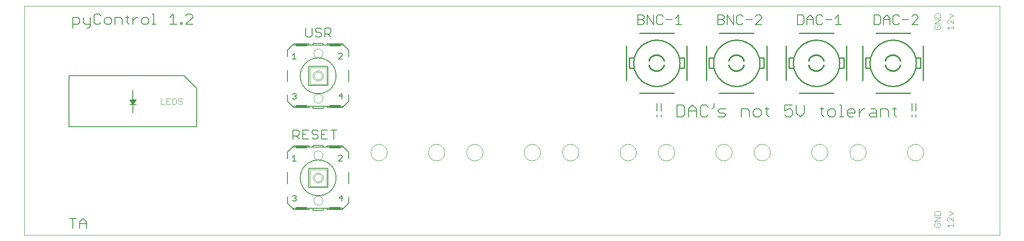
<source format=gto>
G75*
%MOIN*%
%OFA0B0*%
%FSLAX24Y24*%
%IPPOS*%
%LPD*%
%AMOC8*
5,1,8,0,0,1.08239X$1,22.5*
%
%ADD10C,0.0000*%
%ADD11C,0.0070*%
%ADD12C,0.0080*%
%ADD13C,0.0040*%
%ADD14C,0.0120*%
%ADD15C,0.0100*%
%ADD16C,0.0060*%
%ADD17C,0.0020*%
%ADD18C,0.0050*%
%ADD19R,0.0850X0.0200*%
D10*
X000180Y000180D02*
X000180Y018176D01*
X076550Y018176D01*
X076550Y000180D01*
X000180Y000180D01*
X022825Y002910D02*
X022827Y002947D01*
X022833Y002984D01*
X022842Y003020D01*
X022856Y003054D01*
X022873Y003087D01*
X022893Y003119D01*
X022916Y003148D01*
X022942Y003174D01*
X022971Y003197D01*
X023002Y003217D01*
X023036Y003234D01*
X023070Y003248D01*
X023106Y003257D01*
X023143Y003263D01*
X023180Y003265D01*
X023217Y003263D01*
X023254Y003257D01*
X023290Y003248D01*
X023324Y003234D01*
X023357Y003217D01*
X023389Y003197D01*
X023418Y003174D01*
X023444Y003148D01*
X023467Y003119D01*
X023487Y003088D01*
X023504Y003054D01*
X023518Y003020D01*
X023527Y002984D01*
X023533Y002947D01*
X023535Y002910D01*
X023533Y002873D01*
X023527Y002836D01*
X023518Y002800D01*
X023504Y002766D01*
X023487Y002733D01*
X023467Y002701D01*
X023444Y002672D01*
X023418Y002646D01*
X023389Y002623D01*
X023358Y002603D01*
X023324Y002586D01*
X023290Y002572D01*
X023254Y002563D01*
X023217Y002557D01*
X023180Y002555D01*
X023143Y002557D01*
X023106Y002563D01*
X023070Y002572D01*
X023036Y002586D01*
X023003Y002603D01*
X022971Y002623D01*
X022942Y002646D01*
X022916Y002672D01*
X022893Y002701D01*
X022873Y002732D01*
X022856Y002766D01*
X022842Y002800D01*
X022833Y002836D01*
X022827Y002873D01*
X022825Y002910D01*
X022825Y006450D02*
X022827Y006487D01*
X022833Y006524D01*
X022842Y006560D01*
X022856Y006594D01*
X022873Y006627D01*
X022893Y006659D01*
X022916Y006688D01*
X022942Y006714D01*
X022971Y006737D01*
X023002Y006757D01*
X023036Y006774D01*
X023070Y006788D01*
X023106Y006797D01*
X023143Y006803D01*
X023180Y006805D01*
X023217Y006803D01*
X023254Y006797D01*
X023290Y006788D01*
X023324Y006774D01*
X023357Y006757D01*
X023389Y006737D01*
X023418Y006714D01*
X023444Y006688D01*
X023467Y006659D01*
X023487Y006628D01*
X023504Y006594D01*
X023518Y006560D01*
X023527Y006524D01*
X023533Y006487D01*
X023535Y006450D01*
X023533Y006413D01*
X023527Y006376D01*
X023518Y006340D01*
X023504Y006306D01*
X023487Y006273D01*
X023467Y006241D01*
X023444Y006212D01*
X023418Y006186D01*
X023389Y006163D01*
X023358Y006143D01*
X023324Y006126D01*
X023290Y006112D01*
X023254Y006103D01*
X023217Y006097D01*
X023180Y006095D01*
X023143Y006097D01*
X023106Y006103D01*
X023070Y006112D01*
X023036Y006126D01*
X023003Y006143D01*
X022971Y006163D01*
X022942Y006186D01*
X022916Y006212D01*
X022893Y006241D01*
X022873Y006272D01*
X022856Y006306D01*
X022842Y006340D01*
X022833Y006376D01*
X022827Y006413D01*
X022825Y006450D01*
X027290Y006680D02*
X027292Y006730D01*
X027298Y006780D01*
X027308Y006829D01*
X027321Y006878D01*
X027339Y006925D01*
X027360Y006971D01*
X027384Y007014D01*
X027412Y007056D01*
X027443Y007096D01*
X027477Y007133D01*
X027514Y007167D01*
X027554Y007198D01*
X027596Y007226D01*
X027639Y007250D01*
X027685Y007271D01*
X027732Y007289D01*
X027781Y007302D01*
X027830Y007312D01*
X027880Y007318D01*
X027930Y007320D01*
X027980Y007318D01*
X028030Y007312D01*
X028079Y007302D01*
X028128Y007289D01*
X028175Y007271D01*
X028221Y007250D01*
X028264Y007226D01*
X028306Y007198D01*
X028346Y007167D01*
X028383Y007133D01*
X028417Y007096D01*
X028448Y007056D01*
X028476Y007014D01*
X028500Y006971D01*
X028521Y006925D01*
X028539Y006878D01*
X028552Y006829D01*
X028562Y006780D01*
X028568Y006730D01*
X028570Y006680D01*
X028568Y006630D01*
X028562Y006580D01*
X028552Y006531D01*
X028539Y006482D01*
X028521Y006435D01*
X028500Y006389D01*
X028476Y006346D01*
X028448Y006304D01*
X028417Y006264D01*
X028383Y006227D01*
X028346Y006193D01*
X028306Y006162D01*
X028264Y006134D01*
X028221Y006110D01*
X028175Y006089D01*
X028128Y006071D01*
X028079Y006058D01*
X028030Y006048D01*
X027980Y006042D01*
X027930Y006040D01*
X027880Y006042D01*
X027830Y006048D01*
X027781Y006058D01*
X027732Y006071D01*
X027685Y006089D01*
X027639Y006110D01*
X027596Y006134D01*
X027554Y006162D01*
X027514Y006193D01*
X027477Y006227D01*
X027443Y006264D01*
X027412Y006304D01*
X027384Y006346D01*
X027360Y006389D01*
X027339Y006435D01*
X027321Y006482D01*
X027308Y006531D01*
X027298Y006580D01*
X027292Y006630D01*
X027290Y006680D01*
X031790Y006680D02*
X031792Y006730D01*
X031798Y006780D01*
X031808Y006829D01*
X031821Y006878D01*
X031839Y006925D01*
X031860Y006971D01*
X031884Y007014D01*
X031912Y007056D01*
X031943Y007096D01*
X031977Y007133D01*
X032014Y007167D01*
X032054Y007198D01*
X032096Y007226D01*
X032139Y007250D01*
X032185Y007271D01*
X032232Y007289D01*
X032281Y007302D01*
X032330Y007312D01*
X032380Y007318D01*
X032430Y007320D01*
X032480Y007318D01*
X032530Y007312D01*
X032579Y007302D01*
X032628Y007289D01*
X032675Y007271D01*
X032721Y007250D01*
X032764Y007226D01*
X032806Y007198D01*
X032846Y007167D01*
X032883Y007133D01*
X032917Y007096D01*
X032948Y007056D01*
X032976Y007014D01*
X033000Y006971D01*
X033021Y006925D01*
X033039Y006878D01*
X033052Y006829D01*
X033062Y006780D01*
X033068Y006730D01*
X033070Y006680D01*
X033068Y006630D01*
X033062Y006580D01*
X033052Y006531D01*
X033039Y006482D01*
X033021Y006435D01*
X033000Y006389D01*
X032976Y006346D01*
X032948Y006304D01*
X032917Y006264D01*
X032883Y006227D01*
X032846Y006193D01*
X032806Y006162D01*
X032764Y006134D01*
X032721Y006110D01*
X032675Y006089D01*
X032628Y006071D01*
X032579Y006058D01*
X032530Y006048D01*
X032480Y006042D01*
X032430Y006040D01*
X032380Y006042D01*
X032330Y006048D01*
X032281Y006058D01*
X032232Y006071D01*
X032185Y006089D01*
X032139Y006110D01*
X032096Y006134D01*
X032054Y006162D01*
X032014Y006193D01*
X031977Y006227D01*
X031943Y006264D01*
X031912Y006304D01*
X031884Y006346D01*
X031860Y006389D01*
X031839Y006435D01*
X031821Y006482D01*
X031808Y006531D01*
X031798Y006580D01*
X031792Y006630D01*
X031790Y006680D01*
X034790Y006680D02*
X034792Y006730D01*
X034798Y006780D01*
X034808Y006829D01*
X034821Y006878D01*
X034839Y006925D01*
X034860Y006971D01*
X034884Y007014D01*
X034912Y007056D01*
X034943Y007096D01*
X034977Y007133D01*
X035014Y007167D01*
X035054Y007198D01*
X035096Y007226D01*
X035139Y007250D01*
X035185Y007271D01*
X035232Y007289D01*
X035281Y007302D01*
X035330Y007312D01*
X035380Y007318D01*
X035430Y007320D01*
X035480Y007318D01*
X035530Y007312D01*
X035579Y007302D01*
X035628Y007289D01*
X035675Y007271D01*
X035721Y007250D01*
X035764Y007226D01*
X035806Y007198D01*
X035846Y007167D01*
X035883Y007133D01*
X035917Y007096D01*
X035948Y007056D01*
X035976Y007014D01*
X036000Y006971D01*
X036021Y006925D01*
X036039Y006878D01*
X036052Y006829D01*
X036062Y006780D01*
X036068Y006730D01*
X036070Y006680D01*
X036068Y006630D01*
X036062Y006580D01*
X036052Y006531D01*
X036039Y006482D01*
X036021Y006435D01*
X036000Y006389D01*
X035976Y006346D01*
X035948Y006304D01*
X035917Y006264D01*
X035883Y006227D01*
X035846Y006193D01*
X035806Y006162D01*
X035764Y006134D01*
X035721Y006110D01*
X035675Y006089D01*
X035628Y006071D01*
X035579Y006058D01*
X035530Y006048D01*
X035480Y006042D01*
X035430Y006040D01*
X035380Y006042D01*
X035330Y006048D01*
X035281Y006058D01*
X035232Y006071D01*
X035185Y006089D01*
X035139Y006110D01*
X035096Y006134D01*
X035054Y006162D01*
X035014Y006193D01*
X034977Y006227D01*
X034943Y006264D01*
X034912Y006304D01*
X034884Y006346D01*
X034860Y006389D01*
X034839Y006435D01*
X034821Y006482D01*
X034808Y006531D01*
X034798Y006580D01*
X034792Y006630D01*
X034790Y006680D01*
X039290Y006680D02*
X039292Y006730D01*
X039298Y006780D01*
X039308Y006829D01*
X039321Y006878D01*
X039339Y006925D01*
X039360Y006971D01*
X039384Y007014D01*
X039412Y007056D01*
X039443Y007096D01*
X039477Y007133D01*
X039514Y007167D01*
X039554Y007198D01*
X039596Y007226D01*
X039639Y007250D01*
X039685Y007271D01*
X039732Y007289D01*
X039781Y007302D01*
X039830Y007312D01*
X039880Y007318D01*
X039930Y007320D01*
X039980Y007318D01*
X040030Y007312D01*
X040079Y007302D01*
X040128Y007289D01*
X040175Y007271D01*
X040221Y007250D01*
X040264Y007226D01*
X040306Y007198D01*
X040346Y007167D01*
X040383Y007133D01*
X040417Y007096D01*
X040448Y007056D01*
X040476Y007014D01*
X040500Y006971D01*
X040521Y006925D01*
X040539Y006878D01*
X040552Y006829D01*
X040562Y006780D01*
X040568Y006730D01*
X040570Y006680D01*
X040568Y006630D01*
X040562Y006580D01*
X040552Y006531D01*
X040539Y006482D01*
X040521Y006435D01*
X040500Y006389D01*
X040476Y006346D01*
X040448Y006304D01*
X040417Y006264D01*
X040383Y006227D01*
X040346Y006193D01*
X040306Y006162D01*
X040264Y006134D01*
X040221Y006110D01*
X040175Y006089D01*
X040128Y006071D01*
X040079Y006058D01*
X040030Y006048D01*
X039980Y006042D01*
X039930Y006040D01*
X039880Y006042D01*
X039830Y006048D01*
X039781Y006058D01*
X039732Y006071D01*
X039685Y006089D01*
X039639Y006110D01*
X039596Y006134D01*
X039554Y006162D01*
X039514Y006193D01*
X039477Y006227D01*
X039443Y006264D01*
X039412Y006304D01*
X039384Y006346D01*
X039360Y006389D01*
X039339Y006435D01*
X039321Y006482D01*
X039308Y006531D01*
X039298Y006580D01*
X039292Y006630D01*
X039290Y006680D01*
X042290Y006680D02*
X042292Y006730D01*
X042298Y006780D01*
X042308Y006829D01*
X042321Y006878D01*
X042339Y006925D01*
X042360Y006971D01*
X042384Y007014D01*
X042412Y007056D01*
X042443Y007096D01*
X042477Y007133D01*
X042514Y007167D01*
X042554Y007198D01*
X042596Y007226D01*
X042639Y007250D01*
X042685Y007271D01*
X042732Y007289D01*
X042781Y007302D01*
X042830Y007312D01*
X042880Y007318D01*
X042930Y007320D01*
X042980Y007318D01*
X043030Y007312D01*
X043079Y007302D01*
X043128Y007289D01*
X043175Y007271D01*
X043221Y007250D01*
X043264Y007226D01*
X043306Y007198D01*
X043346Y007167D01*
X043383Y007133D01*
X043417Y007096D01*
X043448Y007056D01*
X043476Y007014D01*
X043500Y006971D01*
X043521Y006925D01*
X043539Y006878D01*
X043552Y006829D01*
X043562Y006780D01*
X043568Y006730D01*
X043570Y006680D01*
X043568Y006630D01*
X043562Y006580D01*
X043552Y006531D01*
X043539Y006482D01*
X043521Y006435D01*
X043500Y006389D01*
X043476Y006346D01*
X043448Y006304D01*
X043417Y006264D01*
X043383Y006227D01*
X043346Y006193D01*
X043306Y006162D01*
X043264Y006134D01*
X043221Y006110D01*
X043175Y006089D01*
X043128Y006071D01*
X043079Y006058D01*
X043030Y006048D01*
X042980Y006042D01*
X042930Y006040D01*
X042880Y006042D01*
X042830Y006048D01*
X042781Y006058D01*
X042732Y006071D01*
X042685Y006089D01*
X042639Y006110D01*
X042596Y006134D01*
X042554Y006162D01*
X042514Y006193D01*
X042477Y006227D01*
X042443Y006264D01*
X042412Y006304D01*
X042384Y006346D01*
X042360Y006389D01*
X042339Y006435D01*
X042321Y006482D01*
X042308Y006531D01*
X042298Y006580D01*
X042292Y006630D01*
X042290Y006680D01*
X046790Y006680D02*
X046792Y006730D01*
X046798Y006780D01*
X046808Y006829D01*
X046821Y006878D01*
X046839Y006925D01*
X046860Y006971D01*
X046884Y007014D01*
X046912Y007056D01*
X046943Y007096D01*
X046977Y007133D01*
X047014Y007167D01*
X047054Y007198D01*
X047096Y007226D01*
X047139Y007250D01*
X047185Y007271D01*
X047232Y007289D01*
X047281Y007302D01*
X047330Y007312D01*
X047380Y007318D01*
X047430Y007320D01*
X047480Y007318D01*
X047530Y007312D01*
X047579Y007302D01*
X047628Y007289D01*
X047675Y007271D01*
X047721Y007250D01*
X047764Y007226D01*
X047806Y007198D01*
X047846Y007167D01*
X047883Y007133D01*
X047917Y007096D01*
X047948Y007056D01*
X047976Y007014D01*
X048000Y006971D01*
X048021Y006925D01*
X048039Y006878D01*
X048052Y006829D01*
X048062Y006780D01*
X048068Y006730D01*
X048070Y006680D01*
X048068Y006630D01*
X048062Y006580D01*
X048052Y006531D01*
X048039Y006482D01*
X048021Y006435D01*
X048000Y006389D01*
X047976Y006346D01*
X047948Y006304D01*
X047917Y006264D01*
X047883Y006227D01*
X047846Y006193D01*
X047806Y006162D01*
X047764Y006134D01*
X047721Y006110D01*
X047675Y006089D01*
X047628Y006071D01*
X047579Y006058D01*
X047530Y006048D01*
X047480Y006042D01*
X047430Y006040D01*
X047380Y006042D01*
X047330Y006048D01*
X047281Y006058D01*
X047232Y006071D01*
X047185Y006089D01*
X047139Y006110D01*
X047096Y006134D01*
X047054Y006162D01*
X047014Y006193D01*
X046977Y006227D01*
X046943Y006264D01*
X046912Y006304D01*
X046884Y006346D01*
X046860Y006389D01*
X046839Y006435D01*
X046821Y006482D01*
X046808Y006531D01*
X046798Y006580D01*
X046792Y006630D01*
X046790Y006680D01*
X049790Y006680D02*
X049792Y006730D01*
X049798Y006780D01*
X049808Y006829D01*
X049821Y006878D01*
X049839Y006925D01*
X049860Y006971D01*
X049884Y007014D01*
X049912Y007056D01*
X049943Y007096D01*
X049977Y007133D01*
X050014Y007167D01*
X050054Y007198D01*
X050096Y007226D01*
X050139Y007250D01*
X050185Y007271D01*
X050232Y007289D01*
X050281Y007302D01*
X050330Y007312D01*
X050380Y007318D01*
X050430Y007320D01*
X050480Y007318D01*
X050530Y007312D01*
X050579Y007302D01*
X050628Y007289D01*
X050675Y007271D01*
X050721Y007250D01*
X050764Y007226D01*
X050806Y007198D01*
X050846Y007167D01*
X050883Y007133D01*
X050917Y007096D01*
X050948Y007056D01*
X050976Y007014D01*
X051000Y006971D01*
X051021Y006925D01*
X051039Y006878D01*
X051052Y006829D01*
X051062Y006780D01*
X051068Y006730D01*
X051070Y006680D01*
X051068Y006630D01*
X051062Y006580D01*
X051052Y006531D01*
X051039Y006482D01*
X051021Y006435D01*
X051000Y006389D01*
X050976Y006346D01*
X050948Y006304D01*
X050917Y006264D01*
X050883Y006227D01*
X050846Y006193D01*
X050806Y006162D01*
X050764Y006134D01*
X050721Y006110D01*
X050675Y006089D01*
X050628Y006071D01*
X050579Y006058D01*
X050530Y006048D01*
X050480Y006042D01*
X050430Y006040D01*
X050380Y006042D01*
X050330Y006048D01*
X050281Y006058D01*
X050232Y006071D01*
X050185Y006089D01*
X050139Y006110D01*
X050096Y006134D01*
X050054Y006162D01*
X050014Y006193D01*
X049977Y006227D01*
X049943Y006264D01*
X049912Y006304D01*
X049884Y006346D01*
X049860Y006389D01*
X049839Y006435D01*
X049821Y006482D01*
X049808Y006531D01*
X049798Y006580D01*
X049792Y006630D01*
X049790Y006680D01*
X054290Y006680D02*
X054292Y006730D01*
X054298Y006780D01*
X054308Y006829D01*
X054321Y006878D01*
X054339Y006925D01*
X054360Y006971D01*
X054384Y007014D01*
X054412Y007056D01*
X054443Y007096D01*
X054477Y007133D01*
X054514Y007167D01*
X054554Y007198D01*
X054596Y007226D01*
X054639Y007250D01*
X054685Y007271D01*
X054732Y007289D01*
X054781Y007302D01*
X054830Y007312D01*
X054880Y007318D01*
X054930Y007320D01*
X054980Y007318D01*
X055030Y007312D01*
X055079Y007302D01*
X055128Y007289D01*
X055175Y007271D01*
X055221Y007250D01*
X055264Y007226D01*
X055306Y007198D01*
X055346Y007167D01*
X055383Y007133D01*
X055417Y007096D01*
X055448Y007056D01*
X055476Y007014D01*
X055500Y006971D01*
X055521Y006925D01*
X055539Y006878D01*
X055552Y006829D01*
X055562Y006780D01*
X055568Y006730D01*
X055570Y006680D01*
X055568Y006630D01*
X055562Y006580D01*
X055552Y006531D01*
X055539Y006482D01*
X055521Y006435D01*
X055500Y006389D01*
X055476Y006346D01*
X055448Y006304D01*
X055417Y006264D01*
X055383Y006227D01*
X055346Y006193D01*
X055306Y006162D01*
X055264Y006134D01*
X055221Y006110D01*
X055175Y006089D01*
X055128Y006071D01*
X055079Y006058D01*
X055030Y006048D01*
X054980Y006042D01*
X054930Y006040D01*
X054880Y006042D01*
X054830Y006048D01*
X054781Y006058D01*
X054732Y006071D01*
X054685Y006089D01*
X054639Y006110D01*
X054596Y006134D01*
X054554Y006162D01*
X054514Y006193D01*
X054477Y006227D01*
X054443Y006264D01*
X054412Y006304D01*
X054384Y006346D01*
X054360Y006389D01*
X054339Y006435D01*
X054321Y006482D01*
X054308Y006531D01*
X054298Y006580D01*
X054292Y006630D01*
X054290Y006680D01*
X057290Y006680D02*
X057292Y006730D01*
X057298Y006780D01*
X057308Y006829D01*
X057321Y006878D01*
X057339Y006925D01*
X057360Y006971D01*
X057384Y007014D01*
X057412Y007056D01*
X057443Y007096D01*
X057477Y007133D01*
X057514Y007167D01*
X057554Y007198D01*
X057596Y007226D01*
X057639Y007250D01*
X057685Y007271D01*
X057732Y007289D01*
X057781Y007302D01*
X057830Y007312D01*
X057880Y007318D01*
X057930Y007320D01*
X057980Y007318D01*
X058030Y007312D01*
X058079Y007302D01*
X058128Y007289D01*
X058175Y007271D01*
X058221Y007250D01*
X058264Y007226D01*
X058306Y007198D01*
X058346Y007167D01*
X058383Y007133D01*
X058417Y007096D01*
X058448Y007056D01*
X058476Y007014D01*
X058500Y006971D01*
X058521Y006925D01*
X058539Y006878D01*
X058552Y006829D01*
X058562Y006780D01*
X058568Y006730D01*
X058570Y006680D01*
X058568Y006630D01*
X058562Y006580D01*
X058552Y006531D01*
X058539Y006482D01*
X058521Y006435D01*
X058500Y006389D01*
X058476Y006346D01*
X058448Y006304D01*
X058417Y006264D01*
X058383Y006227D01*
X058346Y006193D01*
X058306Y006162D01*
X058264Y006134D01*
X058221Y006110D01*
X058175Y006089D01*
X058128Y006071D01*
X058079Y006058D01*
X058030Y006048D01*
X057980Y006042D01*
X057930Y006040D01*
X057880Y006042D01*
X057830Y006048D01*
X057781Y006058D01*
X057732Y006071D01*
X057685Y006089D01*
X057639Y006110D01*
X057596Y006134D01*
X057554Y006162D01*
X057514Y006193D01*
X057477Y006227D01*
X057443Y006264D01*
X057412Y006304D01*
X057384Y006346D01*
X057360Y006389D01*
X057339Y006435D01*
X057321Y006482D01*
X057308Y006531D01*
X057298Y006580D01*
X057292Y006630D01*
X057290Y006680D01*
X061790Y006680D02*
X061792Y006730D01*
X061798Y006780D01*
X061808Y006829D01*
X061821Y006878D01*
X061839Y006925D01*
X061860Y006971D01*
X061884Y007014D01*
X061912Y007056D01*
X061943Y007096D01*
X061977Y007133D01*
X062014Y007167D01*
X062054Y007198D01*
X062096Y007226D01*
X062139Y007250D01*
X062185Y007271D01*
X062232Y007289D01*
X062281Y007302D01*
X062330Y007312D01*
X062380Y007318D01*
X062430Y007320D01*
X062480Y007318D01*
X062530Y007312D01*
X062579Y007302D01*
X062628Y007289D01*
X062675Y007271D01*
X062721Y007250D01*
X062764Y007226D01*
X062806Y007198D01*
X062846Y007167D01*
X062883Y007133D01*
X062917Y007096D01*
X062948Y007056D01*
X062976Y007014D01*
X063000Y006971D01*
X063021Y006925D01*
X063039Y006878D01*
X063052Y006829D01*
X063062Y006780D01*
X063068Y006730D01*
X063070Y006680D01*
X063068Y006630D01*
X063062Y006580D01*
X063052Y006531D01*
X063039Y006482D01*
X063021Y006435D01*
X063000Y006389D01*
X062976Y006346D01*
X062948Y006304D01*
X062917Y006264D01*
X062883Y006227D01*
X062846Y006193D01*
X062806Y006162D01*
X062764Y006134D01*
X062721Y006110D01*
X062675Y006089D01*
X062628Y006071D01*
X062579Y006058D01*
X062530Y006048D01*
X062480Y006042D01*
X062430Y006040D01*
X062380Y006042D01*
X062330Y006048D01*
X062281Y006058D01*
X062232Y006071D01*
X062185Y006089D01*
X062139Y006110D01*
X062096Y006134D01*
X062054Y006162D01*
X062014Y006193D01*
X061977Y006227D01*
X061943Y006264D01*
X061912Y006304D01*
X061884Y006346D01*
X061860Y006389D01*
X061839Y006435D01*
X061821Y006482D01*
X061808Y006531D01*
X061798Y006580D01*
X061792Y006630D01*
X061790Y006680D01*
X064790Y006680D02*
X064792Y006730D01*
X064798Y006780D01*
X064808Y006829D01*
X064821Y006878D01*
X064839Y006925D01*
X064860Y006971D01*
X064884Y007014D01*
X064912Y007056D01*
X064943Y007096D01*
X064977Y007133D01*
X065014Y007167D01*
X065054Y007198D01*
X065096Y007226D01*
X065139Y007250D01*
X065185Y007271D01*
X065232Y007289D01*
X065281Y007302D01*
X065330Y007312D01*
X065380Y007318D01*
X065430Y007320D01*
X065480Y007318D01*
X065530Y007312D01*
X065579Y007302D01*
X065628Y007289D01*
X065675Y007271D01*
X065721Y007250D01*
X065764Y007226D01*
X065806Y007198D01*
X065846Y007167D01*
X065883Y007133D01*
X065917Y007096D01*
X065948Y007056D01*
X065976Y007014D01*
X066000Y006971D01*
X066021Y006925D01*
X066039Y006878D01*
X066052Y006829D01*
X066062Y006780D01*
X066068Y006730D01*
X066070Y006680D01*
X066068Y006630D01*
X066062Y006580D01*
X066052Y006531D01*
X066039Y006482D01*
X066021Y006435D01*
X066000Y006389D01*
X065976Y006346D01*
X065948Y006304D01*
X065917Y006264D01*
X065883Y006227D01*
X065846Y006193D01*
X065806Y006162D01*
X065764Y006134D01*
X065721Y006110D01*
X065675Y006089D01*
X065628Y006071D01*
X065579Y006058D01*
X065530Y006048D01*
X065480Y006042D01*
X065430Y006040D01*
X065380Y006042D01*
X065330Y006048D01*
X065281Y006058D01*
X065232Y006071D01*
X065185Y006089D01*
X065139Y006110D01*
X065096Y006134D01*
X065054Y006162D01*
X065014Y006193D01*
X064977Y006227D01*
X064943Y006264D01*
X064912Y006304D01*
X064884Y006346D01*
X064860Y006389D01*
X064839Y006435D01*
X064821Y006482D01*
X064808Y006531D01*
X064798Y006580D01*
X064792Y006630D01*
X064790Y006680D01*
X069290Y006680D02*
X069292Y006730D01*
X069298Y006780D01*
X069308Y006829D01*
X069321Y006878D01*
X069339Y006925D01*
X069360Y006971D01*
X069384Y007014D01*
X069412Y007056D01*
X069443Y007096D01*
X069477Y007133D01*
X069514Y007167D01*
X069554Y007198D01*
X069596Y007226D01*
X069639Y007250D01*
X069685Y007271D01*
X069732Y007289D01*
X069781Y007302D01*
X069830Y007312D01*
X069880Y007318D01*
X069930Y007320D01*
X069980Y007318D01*
X070030Y007312D01*
X070079Y007302D01*
X070128Y007289D01*
X070175Y007271D01*
X070221Y007250D01*
X070264Y007226D01*
X070306Y007198D01*
X070346Y007167D01*
X070383Y007133D01*
X070417Y007096D01*
X070448Y007056D01*
X070476Y007014D01*
X070500Y006971D01*
X070521Y006925D01*
X070539Y006878D01*
X070552Y006829D01*
X070562Y006780D01*
X070568Y006730D01*
X070570Y006680D01*
X070568Y006630D01*
X070562Y006580D01*
X070552Y006531D01*
X070539Y006482D01*
X070521Y006435D01*
X070500Y006389D01*
X070476Y006346D01*
X070448Y006304D01*
X070417Y006264D01*
X070383Y006227D01*
X070346Y006193D01*
X070306Y006162D01*
X070264Y006134D01*
X070221Y006110D01*
X070175Y006089D01*
X070128Y006071D01*
X070079Y006058D01*
X070030Y006048D01*
X069980Y006042D01*
X069930Y006040D01*
X069880Y006042D01*
X069830Y006048D01*
X069781Y006058D01*
X069732Y006071D01*
X069685Y006089D01*
X069639Y006110D01*
X069596Y006134D01*
X069554Y006162D01*
X069514Y006193D01*
X069477Y006227D01*
X069443Y006264D01*
X069412Y006304D01*
X069384Y006346D01*
X069360Y006389D01*
X069339Y006435D01*
X069321Y006482D01*
X069308Y006531D01*
X069298Y006580D01*
X069292Y006630D01*
X069290Y006680D01*
X022825Y010910D02*
X022827Y010947D01*
X022833Y010984D01*
X022842Y011020D01*
X022856Y011054D01*
X022873Y011087D01*
X022893Y011119D01*
X022916Y011148D01*
X022942Y011174D01*
X022971Y011197D01*
X023002Y011217D01*
X023036Y011234D01*
X023070Y011248D01*
X023106Y011257D01*
X023143Y011263D01*
X023180Y011265D01*
X023217Y011263D01*
X023254Y011257D01*
X023290Y011248D01*
X023324Y011234D01*
X023357Y011217D01*
X023389Y011197D01*
X023418Y011174D01*
X023444Y011148D01*
X023467Y011119D01*
X023487Y011088D01*
X023504Y011054D01*
X023518Y011020D01*
X023527Y010984D01*
X023533Y010947D01*
X023535Y010910D01*
X023533Y010873D01*
X023527Y010836D01*
X023518Y010800D01*
X023504Y010766D01*
X023487Y010733D01*
X023467Y010701D01*
X023444Y010672D01*
X023418Y010646D01*
X023389Y010623D01*
X023358Y010603D01*
X023324Y010586D01*
X023290Y010572D01*
X023254Y010563D01*
X023217Y010557D01*
X023180Y010555D01*
X023143Y010557D01*
X023106Y010563D01*
X023070Y010572D01*
X023036Y010586D01*
X023003Y010603D01*
X022971Y010623D01*
X022942Y010646D01*
X022916Y010672D01*
X022893Y010701D01*
X022873Y010732D01*
X022856Y010766D01*
X022842Y010800D01*
X022833Y010836D01*
X022827Y010873D01*
X022825Y010910D01*
X022825Y014450D02*
X022827Y014487D01*
X022833Y014524D01*
X022842Y014560D01*
X022856Y014594D01*
X022873Y014627D01*
X022893Y014659D01*
X022916Y014688D01*
X022942Y014714D01*
X022971Y014737D01*
X023002Y014757D01*
X023036Y014774D01*
X023070Y014788D01*
X023106Y014797D01*
X023143Y014803D01*
X023180Y014805D01*
X023217Y014803D01*
X023254Y014797D01*
X023290Y014788D01*
X023324Y014774D01*
X023357Y014757D01*
X023389Y014737D01*
X023418Y014714D01*
X023444Y014688D01*
X023467Y014659D01*
X023487Y014628D01*
X023504Y014594D01*
X023518Y014560D01*
X023527Y014524D01*
X023533Y014487D01*
X023535Y014450D01*
X023533Y014413D01*
X023527Y014376D01*
X023518Y014340D01*
X023504Y014306D01*
X023487Y014273D01*
X023467Y014241D01*
X023444Y014212D01*
X023418Y014186D01*
X023389Y014163D01*
X023358Y014143D01*
X023324Y014126D01*
X023290Y014112D01*
X023254Y014103D01*
X023217Y014097D01*
X023180Y014095D01*
X023143Y014097D01*
X023106Y014103D01*
X023070Y014112D01*
X023036Y014126D01*
X023003Y014143D01*
X022971Y014163D01*
X022942Y014186D01*
X022916Y014212D01*
X022893Y014241D01*
X022873Y014272D01*
X022856Y014306D01*
X022842Y014340D01*
X022833Y014376D01*
X022827Y014413D01*
X022825Y014450D01*
D11*
X013358Y016715D02*
X012805Y016715D01*
X013358Y017269D01*
X013358Y017407D01*
X013220Y017546D01*
X012943Y017546D01*
X012805Y017407D01*
X011838Y017546D02*
X011838Y016715D01*
X011561Y016715D02*
X012115Y016715D01*
X012390Y016715D02*
X012529Y016715D01*
X012529Y016853D01*
X012390Y016853D01*
X012390Y016715D01*
X010457Y016715D02*
X010180Y016715D01*
X010319Y016715D02*
X010319Y017546D01*
X010180Y017546D01*
X009767Y017269D02*
X009490Y017269D01*
X009352Y017130D01*
X009352Y016853D01*
X009490Y016715D01*
X009767Y016715D01*
X009905Y016853D01*
X009905Y017130D01*
X009767Y017269D01*
X009076Y017269D02*
X008938Y017269D01*
X008661Y016992D01*
X008661Y016715D02*
X008661Y017269D01*
X008385Y017269D02*
X008109Y017269D01*
X008247Y017407D02*
X008247Y016853D01*
X008385Y016715D01*
X007834Y016715D02*
X007834Y017130D01*
X007695Y017269D01*
X007280Y017269D01*
X007280Y016715D01*
X007005Y016853D02*
X007005Y017130D01*
X006866Y017269D01*
X006590Y017269D01*
X006451Y017130D01*
X006451Y016853D01*
X006590Y016715D01*
X006866Y016715D01*
X007005Y016853D01*
X006176Y016853D02*
X006038Y016715D01*
X005761Y016715D01*
X005622Y016853D01*
X005622Y017407D01*
X005761Y017546D01*
X006038Y017546D01*
X006176Y017407D01*
X005348Y017269D02*
X005348Y016577D01*
X005209Y016438D01*
X005071Y016438D01*
X004932Y016715D02*
X005348Y016715D01*
X004932Y016715D02*
X004794Y016853D01*
X004794Y017269D01*
X004519Y017130D02*
X004519Y016853D01*
X004380Y016715D01*
X003965Y016715D01*
X003965Y016438D02*
X003965Y017269D01*
X004380Y017269D01*
X004519Y017130D01*
X011561Y017269D02*
X011838Y017546D01*
X004770Y001506D02*
X005034Y001242D01*
X005034Y000715D01*
X005034Y001110D02*
X004507Y001110D01*
X004507Y001242D02*
X004507Y000715D01*
X003979Y000715D02*
X003979Y001506D01*
X004242Y001506D02*
X003715Y001506D01*
X004507Y001242D02*
X004770Y001506D01*
D12*
X021220Y007720D02*
X021220Y008441D01*
X021580Y008441D01*
X021700Y008321D01*
X021700Y008080D01*
X021580Y007960D01*
X021220Y007960D01*
X021460Y007960D02*
X021700Y007720D01*
X021957Y007720D02*
X022437Y007720D01*
X022693Y007840D02*
X022813Y007720D01*
X023054Y007720D01*
X023174Y007840D01*
X023174Y007960D01*
X023054Y008080D01*
X022813Y008080D01*
X022693Y008200D01*
X022693Y008321D01*
X022813Y008441D01*
X023054Y008441D01*
X023174Y008321D01*
X023430Y008441D02*
X023430Y007720D01*
X023910Y007720D01*
X024407Y007720D02*
X024407Y008441D01*
X024167Y008441D02*
X024647Y008441D01*
X023910Y008441D02*
X023430Y008441D01*
X023430Y008080D02*
X023670Y008080D01*
X022437Y008441D02*
X021957Y008441D01*
X021957Y007720D01*
X021957Y008080D02*
X022197Y008080D01*
X013680Y008680D02*
X013680Y011680D01*
X012680Y012680D01*
X003680Y012680D01*
X003680Y008680D01*
X013680Y008680D01*
X008680Y009805D02*
X008680Y011555D01*
X008930Y010430D02*
X008430Y010430D01*
X022220Y015840D02*
X022340Y015720D01*
X022580Y015720D01*
X022700Y015840D01*
X022700Y016441D01*
X022957Y016321D02*
X022957Y016200D01*
X023077Y016080D01*
X023317Y016080D01*
X023437Y015960D01*
X023437Y015840D01*
X023317Y015720D01*
X023077Y015720D01*
X022957Y015840D01*
X022220Y015840D02*
X022220Y016441D01*
X022957Y016321D02*
X023077Y016441D01*
X023317Y016441D01*
X023437Y016321D01*
X023693Y016441D02*
X024054Y016441D01*
X024174Y016321D01*
X024174Y016080D01*
X024054Y015960D01*
X023693Y015960D01*
X023693Y015720D02*
X023693Y016441D01*
X023933Y015960D02*
X024174Y015720D01*
X049720Y010544D02*
X049720Y009930D01*
X049720Y009623D02*
X049720Y009470D01*
X050027Y009470D02*
X050027Y009623D01*
X050027Y009930D02*
X050027Y010544D01*
X051255Y010391D02*
X051715Y010391D01*
X051868Y010237D01*
X051868Y009623D01*
X051715Y009470D01*
X051255Y009470D01*
X051255Y010391D01*
X052175Y010084D02*
X052482Y010391D01*
X052789Y010084D01*
X052789Y009470D01*
X053096Y009623D02*
X053250Y009470D01*
X053557Y009470D01*
X053710Y009623D01*
X053096Y009623D02*
X053096Y010237D01*
X053250Y010391D01*
X053557Y010391D01*
X053710Y010237D01*
X054017Y010084D02*
X054170Y010237D01*
X054170Y010544D01*
X054631Y010084D02*
X055091Y010084D01*
X054631Y010084D02*
X054477Y009930D01*
X054631Y009777D01*
X054938Y009777D01*
X055091Y009623D01*
X054938Y009470D01*
X054477Y009470D01*
X052789Y009930D02*
X052175Y009930D01*
X052175Y010084D02*
X052175Y009470D01*
X056319Y009470D02*
X056319Y010084D01*
X056779Y010084D01*
X056933Y009930D01*
X056933Y009470D01*
X057240Y009623D02*
X057393Y009470D01*
X057700Y009470D01*
X057854Y009623D01*
X057854Y009930D01*
X057700Y010084D01*
X057393Y010084D01*
X057240Y009930D01*
X057240Y009623D01*
X058314Y009623D02*
X058467Y009470D01*
X058314Y009623D02*
X058314Y010237D01*
X058161Y010084D02*
X058467Y010084D01*
X059695Y009930D02*
X060002Y010084D01*
X060156Y010084D01*
X060309Y009930D01*
X060309Y009623D01*
X060156Y009470D01*
X059849Y009470D01*
X059695Y009623D01*
X059695Y009930D02*
X059695Y010391D01*
X060309Y010391D01*
X060616Y010391D02*
X060616Y009777D01*
X060923Y009470D01*
X061230Y009777D01*
X061230Y010391D01*
X062458Y010084D02*
X062764Y010084D01*
X062611Y010237D02*
X062611Y009623D01*
X062764Y009470D01*
X063071Y009623D02*
X063225Y009470D01*
X063532Y009470D01*
X063685Y009623D01*
X063685Y009930D01*
X063532Y010084D01*
X063225Y010084D01*
X063071Y009930D01*
X063071Y009623D01*
X063992Y009470D02*
X064299Y009470D01*
X064146Y009470D02*
X064146Y010391D01*
X063992Y010391D01*
X064606Y009930D02*
X064760Y010084D01*
X065066Y010084D01*
X065220Y009930D01*
X065220Y009777D01*
X064606Y009777D01*
X064606Y009930D02*
X064606Y009623D01*
X064760Y009470D01*
X065066Y009470D01*
X065527Y009470D02*
X065527Y010084D01*
X065834Y010084D02*
X065987Y010084D01*
X065834Y010084D02*
X065527Y009777D01*
X066294Y009623D02*
X066448Y009777D01*
X066908Y009777D01*
X066908Y009930D02*
X066908Y009470D01*
X066448Y009470D01*
X066294Y009623D01*
X066755Y010084D02*
X066908Y009930D01*
X066755Y010084D02*
X066448Y010084D01*
X067215Y010084D02*
X067675Y010084D01*
X067829Y009930D01*
X067829Y009470D01*
X068289Y009623D02*
X068443Y009470D01*
X068289Y009623D02*
X068289Y010237D01*
X068136Y010084D02*
X068443Y010084D01*
X067215Y010084D02*
X067215Y009470D01*
X069670Y009470D02*
X069670Y009623D01*
X069977Y009623D02*
X069977Y009470D01*
X069977Y009930D02*
X069977Y010544D01*
X069670Y010544D02*
X069670Y009930D01*
D13*
X071526Y016319D02*
X071833Y016319D01*
X071910Y016396D01*
X071910Y016549D01*
X071833Y016626D01*
X071680Y016626D01*
X071680Y016472D01*
X071526Y016319D02*
X071450Y016396D01*
X071450Y016549D01*
X071526Y016626D01*
X071450Y016779D02*
X071910Y017086D01*
X071450Y017086D01*
X071450Y017240D02*
X071450Y017470D01*
X071526Y017547D01*
X071833Y017547D01*
X071910Y017470D01*
X071910Y017240D01*
X071450Y017240D01*
X072450Y017009D02*
X072450Y016856D01*
X072526Y016779D01*
X072450Y017009D02*
X072526Y017086D01*
X072603Y017086D01*
X072910Y016779D01*
X072910Y017086D01*
X072910Y017393D02*
X072603Y017547D01*
X072603Y017240D02*
X072910Y017393D01*
X071910Y016779D02*
X071450Y016779D01*
X072450Y016472D02*
X072910Y016472D01*
X072910Y016319D02*
X072910Y016626D01*
X072603Y016319D02*
X072450Y016472D01*
X072603Y002047D02*
X072910Y001893D01*
X072603Y001740D01*
X072603Y001586D02*
X072526Y001586D01*
X072450Y001509D01*
X072450Y001356D01*
X072526Y001279D01*
X072450Y000972D02*
X072910Y000972D01*
X072910Y000819D02*
X072910Y001126D01*
X072910Y001279D02*
X072603Y001586D01*
X072910Y001586D02*
X072910Y001279D01*
X072603Y000819D02*
X072450Y000972D01*
X071910Y000896D02*
X071910Y001049D01*
X071833Y001126D01*
X071680Y001126D01*
X071680Y000972D01*
X071833Y000819D02*
X071526Y000819D01*
X071450Y000896D01*
X071450Y001049D01*
X071526Y001126D01*
X071450Y001279D02*
X071910Y001586D01*
X071450Y001586D01*
X071450Y001740D02*
X071450Y001970D01*
X071526Y002047D01*
X071833Y002047D01*
X071910Y001970D01*
X071910Y001740D01*
X071450Y001740D01*
X071450Y001279D02*
X071910Y001279D01*
X071910Y000896D02*
X071833Y000819D01*
X012547Y010527D02*
X012470Y010450D01*
X012316Y010450D01*
X012240Y010527D01*
X012086Y010527D02*
X012086Y010834D01*
X012009Y010910D01*
X011779Y010910D01*
X011779Y010450D01*
X012009Y010450D01*
X012086Y010527D01*
X012240Y010757D02*
X012316Y010680D01*
X012470Y010680D01*
X012547Y010603D01*
X012547Y010527D01*
X012547Y010834D02*
X012470Y010910D01*
X012316Y010910D01*
X012240Y010834D01*
X012240Y010757D01*
X011626Y010910D02*
X011319Y010910D01*
X011319Y010450D01*
X011626Y010450D01*
X011472Y010680D02*
X011319Y010680D01*
X011165Y010450D02*
X010858Y010450D01*
X010858Y010910D01*
D14*
X049090Y013483D02*
X049107Y013438D01*
X049128Y013394D01*
X049152Y013352D01*
X049179Y013312D01*
X049209Y013274D01*
X049242Y013238D01*
X049278Y013205D01*
X049316Y013175D01*
X049357Y013149D01*
X049399Y013125D01*
X049443Y013105D01*
X049489Y013088D01*
X049536Y013075D01*
X049583Y013066D01*
X049631Y013060D01*
X049680Y013058D01*
X049729Y013060D01*
X049777Y013066D01*
X049824Y013075D01*
X049871Y013088D01*
X049917Y013105D01*
X049961Y013125D01*
X050003Y013149D01*
X050044Y013175D01*
X050082Y013205D01*
X050118Y013238D01*
X050151Y013274D01*
X050181Y013312D01*
X050208Y013352D01*
X050232Y013394D01*
X050253Y013438D01*
X050270Y013483D01*
X050270Y013877D02*
X050253Y013922D01*
X050232Y013966D01*
X050208Y014008D01*
X050181Y014048D01*
X050151Y014086D01*
X050118Y014122D01*
X050082Y014155D01*
X050044Y014185D01*
X050003Y014211D01*
X049961Y014235D01*
X049917Y014255D01*
X049871Y014272D01*
X049824Y014285D01*
X049777Y014294D01*
X049729Y014300D01*
X049680Y014302D01*
X049631Y014300D01*
X049583Y014294D01*
X049536Y014285D01*
X049489Y014272D01*
X049443Y014255D01*
X049399Y014235D01*
X049357Y014211D01*
X049316Y014185D01*
X049278Y014155D01*
X049242Y014122D01*
X049209Y014086D01*
X049179Y014048D01*
X049152Y014008D01*
X049128Y013966D01*
X049107Y013922D01*
X049090Y013877D01*
X055340Y013483D02*
X055357Y013438D01*
X055378Y013394D01*
X055402Y013352D01*
X055429Y013312D01*
X055459Y013274D01*
X055492Y013238D01*
X055528Y013205D01*
X055566Y013175D01*
X055607Y013149D01*
X055649Y013125D01*
X055693Y013105D01*
X055739Y013088D01*
X055786Y013075D01*
X055833Y013066D01*
X055881Y013060D01*
X055930Y013058D01*
X055979Y013060D01*
X056027Y013066D01*
X056074Y013075D01*
X056121Y013088D01*
X056167Y013105D01*
X056211Y013125D01*
X056253Y013149D01*
X056294Y013175D01*
X056332Y013205D01*
X056368Y013238D01*
X056401Y013274D01*
X056431Y013312D01*
X056458Y013352D01*
X056482Y013394D01*
X056503Y013438D01*
X056520Y013483D01*
X056520Y013877D02*
X056503Y013922D01*
X056482Y013966D01*
X056458Y014008D01*
X056431Y014048D01*
X056401Y014086D01*
X056368Y014122D01*
X056332Y014155D01*
X056294Y014185D01*
X056253Y014211D01*
X056211Y014235D01*
X056167Y014255D01*
X056121Y014272D01*
X056074Y014285D01*
X056027Y014294D01*
X055979Y014300D01*
X055930Y014302D01*
X055881Y014300D01*
X055833Y014294D01*
X055786Y014285D01*
X055739Y014272D01*
X055693Y014255D01*
X055649Y014235D01*
X055607Y014211D01*
X055566Y014185D01*
X055528Y014155D01*
X055492Y014122D01*
X055459Y014086D01*
X055429Y014048D01*
X055402Y014008D01*
X055378Y013966D01*
X055357Y013922D01*
X055340Y013877D01*
X061590Y013483D02*
X061607Y013438D01*
X061628Y013394D01*
X061652Y013352D01*
X061679Y013312D01*
X061709Y013274D01*
X061742Y013238D01*
X061778Y013205D01*
X061816Y013175D01*
X061857Y013149D01*
X061899Y013125D01*
X061943Y013105D01*
X061989Y013088D01*
X062036Y013075D01*
X062083Y013066D01*
X062131Y013060D01*
X062180Y013058D01*
X062229Y013060D01*
X062277Y013066D01*
X062324Y013075D01*
X062371Y013088D01*
X062417Y013105D01*
X062461Y013125D01*
X062503Y013149D01*
X062544Y013175D01*
X062582Y013205D01*
X062618Y013238D01*
X062651Y013274D01*
X062681Y013312D01*
X062708Y013352D01*
X062732Y013394D01*
X062753Y013438D01*
X062770Y013483D01*
X062770Y013877D02*
X062753Y013922D01*
X062732Y013966D01*
X062708Y014008D01*
X062681Y014048D01*
X062651Y014086D01*
X062618Y014122D01*
X062582Y014155D01*
X062544Y014185D01*
X062503Y014211D01*
X062461Y014235D01*
X062417Y014255D01*
X062371Y014272D01*
X062324Y014285D01*
X062277Y014294D01*
X062229Y014300D01*
X062180Y014302D01*
X062131Y014300D01*
X062083Y014294D01*
X062036Y014285D01*
X061989Y014272D01*
X061943Y014255D01*
X061899Y014235D01*
X061857Y014211D01*
X061816Y014185D01*
X061778Y014155D01*
X061742Y014122D01*
X061709Y014086D01*
X061679Y014048D01*
X061652Y014008D01*
X061628Y013966D01*
X061607Y013922D01*
X061590Y013877D01*
X067590Y013483D02*
X067607Y013438D01*
X067628Y013394D01*
X067652Y013352D01*
X067679Y013312D01*
X067709Y013274D01*
X067742Y013238D01*
X067778Y013205D01*
X067816Y013175D01*
X067857Y013149D01*
X067899Y013125D01*
X067943Y013105D01*
X067989Y013088D01*
X068036Y013075D01*
X068083Y013066D01*
X068131Y013060D01*
X068180Y013058D01*
X068229Y013060D01*
X068277Y013066D01*
X068324Y013075D01*
X068371Y013088D01*
X068417Y013105D01*
X068461Y013125D01*
X068503Y013149D01*
X068544Y013175D01*
X068582Y013205D01*
X068618Y013238D01*
X068651Y013274D01*
X068681Y013312D01*
X068708Y013352D01*
X068732Y013394D01*
X068753Y013438D01*
X068770Y013483D01*
X068770Y013877D02*
X068753Y013922D01*
X068732Y013966D01*
X068708Y014008D01*
X068681Y014048D01*
X068651Y014086D01*
X068618Y014122D01*
X068582Y014155D01*
X068544Y014185D01*
X068503Y014211D01*
X068461Y014235D01*
X068417Y014255D01*
X068371Y014272D01*
X068324Y014285D01*
X068277Y014294D01*
X068229Y014300D01*
X068180Y014302D01*
X068131Y014300D01*
X068083Y014294D01*
X068036Y014285D01*
X067989Y014272D01*
X067943Y014255D01*
X067899Y014235D01*
X067857Y014211D01*
X067816Y014185D01*
X067778Y014155D01*
X067742Y014122D01*
X067709Y014086D01*
X067679Y014048D01*
X067652Y014008D01*
X067628Y013966D01*
X067607Y013922D01*
X067590Y013877D01*
D15*
X066371Y013680D02*
X066373Y013765D01*
X066379Y013849D01*
X066389Y013934D01*
X066403Y014017D01*
X066420Y014100D01*
X066442Y014182D01*
X066468Y014263D01*
X066497Y014343D01*
X066530Y014421D01*
X066566Y014497D01*
X066606Y014572D01*
X066650Y014645D01*
X066697Y014716D01*
X066747Y014784D01*
X066800Y014850D01*
X066857Y014913D01*
X066916Y014974D01*
X066978Y015032D01*
X067043Y015087D01*
X067110Y015139D01*
X067179Y015187D01*
X067251Y015232D01*
X067325Y015274D01*
X067401Y015312D01*
X067478Y015347D01*
X067557Y015378D01*
X067637Y015406D01*
X067719Y015429D01*
X067801Y015449D01*
X067884Y015465D01*
X067968Y015477D01*
X068053Y015485D01*
X068138Y015489D01*
X068222Y015489D01*
X068307Y015485D01*
X068392Y015477D01*
X068476Y015465D01*
X068559Y015449D01*
X068641Y015429D01*
X068723Y015406D01*
X068803Y015378D01*
X068882Y015347D01*
X068959Y015312D01*
X069035Y015274D01*
X069109Y015232D01*
X069181Y015187D01*
X069250Y015139D01*
X069317Y015087D01*
X069382Y015032D01*
X069444Y014974D01*
X069503Y014913D01*
X069560Y014850D01*
X069613Y014784D01*
X069663Y014716D01*
X069710Y014645D01*
X069754Y014572D01*
X069794Y014497D01*
X069830Y014421D01*
X069863Y014343D01*
X069892Y014263D01*
X069918Y014182D01*
X069940Y014100D01*
X069957Y014017D01*
X069971Y013934D01*
X069981Y013849D01*
X069987Y013765D01*
X069989Y013680D01*
X069987Y013595D01*
X069981Y013511D01*
X069971Y013426D01*
X069957Y013343D01*
X069940Y013260D01*
X069918Y013178D01*
X069892Y013097D01*
X069863Y013017D01*
X069830Y012939D01*
X069794Y012863D01*
X069754Y012788D01*
X069710Y012715D01*
X069663Y012644D01*
X069613Y012576D01*
X069560Y012510D01*
X069503Y012447D01*
X069444Y012386D01*
X069382Y012328D01*
X069317Y012273D01*
X069250Y012221D01*
X069181Y012173D01*
X069109Y012128D01*
X069035Y012086D01*
X068959Y012048D01*
X068882Y012013D01*
X068803Y011982D01*
X068723Y011954D01*
X068641Y011931D01*
X068559Y011911D01*
X068476Y011895D01*
X068392Y011883D01*
X068307Y011875D01*
X068222Y011871D01*
X068138Y011871D01*
X068053Y011875D01*
X067968Y011883D01*
X067884Y011895D01*
X067801Y011911D01*
X067719Y011931D01*
X067637Y011954D01*
X067557Y011982D01*
X067478Y012013D01*
X067401Y012048D01*
X067325Y012086D01*
X067251Y012128D01*
X067179Y012173D01*
X067110Y012221D01*
X067043Y012273D01*
X066978Y012328D01*
X066916Y012386D01*
X066857Y012447D01*
X066800Y012510D01*
X066747Y012576D01*
X066697Y012644D01*
X066650Y012715D01*
X066606Y012788D01*
X066566Y012863D01*
X066530Y012939D01*
X066497Y013017D01*
X066468Y013097D01*
X066442Y013178D01*
X066420Y013260D01*
X066403Y013343D01*
X066389Y013426D01*
X066379Y013511D01*
X066373Y013595D01*
X066371Y013680D01*
X066380Y013280D02*
X066030Y013280D01*
X066030Y014080D01*
X066380Y014080D01*
X064330Y014080D02*
X063980Y014080D01*
X064330Y014080D02*
X064330Y013280D01*
X063980Y013280D01*
X060371Y013680D02*
X060373Y013765D01*
X060379Y013849D01*
X060389Y013934D01*
X060403Y014017D01*
X060420Y014100D01*
X060442Y014182D01*
X060468Y014263D01*
X060497Y014343D01*
X060530Y014421D01*
X060566Y014497D01*
X060606Y014572D01*
X060650Y014645D01*
X060697Y014716D01*
X060747Y014784D01*
X060800Y014850D01*
X060857Y014913D01*
X060916Y014974D01*
X060978Y015032D01*
X061043Y015087D01*
X061110Y015139D01*
X061179Y015187D01*
X061251Y015232D01*
X061325Y015274D01*
X061401Y015312D01*
X061478Y015347D01*
X061557Y015378D01*
X061637Y015406D01*
X061719Y015429D01*
X061801Y015449D01*
X061884Y015465D01*
X061968Y015477D01*
X062053Y015485D01*
X062138Y015489D01*
X062222Y015489D01*
X062307Y015485D01*
X062392Y015477D01*
X062476Y015465D01*
X062559Y015449D01*
X062641Y015429D01*
X062723Y015406D01*
X062803Y015378D01*
X062882Y015347D01*
X062959Y015312D01*
X063035Y015274D01*
X063109Y015232D01*
X063181Y015187D01*
X063250Y015139D01*
X063317Y015087D01*
X063382Y015032D01*
X063444Y014974D01*
X063503Y014913D01*
X063560Y014850D01*
X063613Y014784D01*
X063663Y014716D01*
X063710Y014645D01*
X063754Y014572D01*
X063794Y014497D01*
X063830Y014421D01*
X063863Y014343D01*
X063892Y014263D01*
X063918Y014182D01*
X063940Y014100D01*
X063957Y014017D01*
X063971Y013934D01*
X063981Y013849D01*
X063987Y013765D01*
X063989Y013680D01*
X063987Y013595D01*
X063981Y013511D01*
X063971Y013426D01*
X063957Y013343D01*
X063940Y013260D01*
X063918Y013178D01*
X063892Y013097D01*
X063863Y013017D01*
X063830Y012939D01*
X063794Y012863D01*
X063754Y012788D01*
X063710Y012715D01*
X063663Y012644D01*
X063613Y012576D01*
X063560Y012510D01*
X063503Y012447D01*
X063444Y012386D01*
X063382Y012328D01*
X063317Y012273D01*
X063250Y012221D01*
X063181Y012173D01*
X063109Y012128D01*
X063035Y012086D01*
X062959Y012048D01*
X062882Y012013D01*
X062803Y011982D01*
X062723Y011954D01*
X062641Y011931D01*
X062559Y011911D01*
X062476Y011895D01*
X062392Y011883D01*
X062307Y011875D01*
X062222Y011871D01*
X062138Y011871D01*
X062053Y011875D01*
X061968Y011883D01*
X061884Y011895D01*
X061801Y011911D01*
X061719Y011931D01*
X061637Y011954D01*
X061557Y011982D01*
X061478Y012013D01*
X061401Y012048D01*
X061325Y012086D01*
X061251Y012128D01*
X061179Y012173D01*
X061110Y012221D01*
X061043Y012273D01*
X060978Y012328D01*
X060916Y012386D01*
X060857Y012447D01*
X060800Y012510D01*
X060747Y012576D01*
X060697Y012644D01*
X060650Y012715D01*
X060606Y012788D01*
X060566Y012863D01*
X060530Y012939D01*
X060497Y013017D01*
X060468Y013097D01*
X060442Y013178D01*
X060420Y013260D01*
X060403Y013343D01*
X060389Y013426D01*
X060379Y013511D01*
X060373Y013595D01*
X060371Y013680D01*
X060380Y013280D02*
X060030Y013280D01*
X060030Y014080D01*
X060380Y014080D01*
X058080Y014080D02*
X057730Y014080D01*
X058080Y014080D02*
X058080Y013280D01*
X057730Y013280D01*
X054121Y013680D02*
X054123Y013765D01*
X054129Y013849D01*
X054139Y013934D01*
X054153Y014017D01*
X054170Y014100D01*
X054192Y014182D01*
X054218Y014263D01*
X054247Y014343D01*
X054280Y014421D01*
X054316Y014497D01*
X054356Y014572D01*
X054400Y014645D01*
X054447Y014716D01*
X054497Y014784D01*
X054550Y014850D01*
X054607Y014913D01*
X054666Y014974D01*
X054728Y015032D01*
X054793Y015087D01*
X054860Y015139D01*
X054929Y015187D01*
X055001Y015232D01*
X055075Y015274D01*
X055151Y015312D01*
X055228Y015347D01*
X055307Y015378D01*
X055387Y015406D01*
X055469Y015429D01*
X055551Y015449D01*
X055634Y015465D01*
X055718Y015477D01*
X055803Y015485D01*
X055888Y015489D01*
X055972Y015489D01*
X056057Y015485D01*
X056142Y015477D01*
X056226Y015465D01*
X056309Y015449D01*
X056391Y015429D01*
X056473Y015406D01*
X056553Y015378D01*
X056632Y015347D01*
X056709Y015312D01*
X056785Y015274D01*
X056859Y015232D01*
X056931Y015187D01*
X057000Y015139D01*
X057067Y015087D01*
X057132Y015032D01*
X057194Y014974D01*
X057253Y014913D01*
X057310Y014850D01*
X057363Y014784D01*
X057413Y014716D01*
X057460Y014645D01*
X057504Y014572D01*
X057544Y014497D01*
X057580Y014421D01*
X057613Y014343D01*
X057642Y014263D01*
X057668Y014182D01*
X057690Y014100D01*
X057707Y014017D01*
X057721Y013934D01*
X057731Y013849D01*
X057737Y013765D01*
X057739Y013680D01*
X057737Y013595D01*
X057731Y013511D01*
X057721Y013426D01*
X057707Y013343D01*
X057690Y013260D01*
X057668Y013178D01*
X057642Y013097D01*
X057613Y013017D01*
X057580Y012939D01*
X057544Y012863D01*
X057504Y012788D01*
X057460Y012715D01*
X057413Y012644D01*
X057363Y012576D01*
X057310Y012510D01*
X057253Y012447D01*
X057194Y012386D01*
X057132Y012328D01*
X057067Y012273D01*
X057000Y012221D01*
X056931Y012173D01*
X056859Y012128D01*
X056785Y012086D01*
X056709Y012048D01*
X056632Y012013D01*
X056553Y011982D01*
X056473Y011954D01*
X056391Y011931D01*
X056309Y011911D01*
X056226Y011895D01*
X056142Y011883D01*
X056057Y011875D01*
X055972Y011871D01*
X055888Y011871D01*
X055803Y011875D01*
X055718Y011883D01*
X055634Y011895D01*
X055551Y011911D01*
X055469Y011931D01*
X055387Y011954D01*
X055307Y011982D01*
X055228Y012013D01*
X055151Y012048D01*
X055075Y012086D01*
X055001Y012128D01*
X054929Y012173D01*
X054860Y012221D01*
X054793Y012273D01*
X054728Y012328D01*
X054666Y012386D01*
X054607Y012447D01*
X054550Y012510D01*
X054497Y012576D01*
X054447Y012644D01*
X054400Y012715D01*
X054356Y012788D01*
X054316Y012863D01*
X054280Y012939D01*
X054247Y013017D01*
X054218Y013097D01*
X054192Y013178D01*
X054170Y013260D01*
X054153Y013343D01*
X054139Y013426D01*
X054129Y013511D01*
X054123Y013595D01*
X054121Y013680D01*
X054130Y013280D02*
X053780Y013280D01*
X053780Y014080D01*
X054130Y014080D01*
X051830Y014080D02*
X051480Y014080D01*
X051830Y014080D02*
X051830Y013280D01*
X051480Y013280D01*
X047871Y013680D02*
X047873Y013765D01*
X047879Y013849D01*
X047889Y013934D01*
X047903Y014017D01*
X047920Y014100D01*
X047942Y014182D01*
X047968Y014263D01*
X047997Y014343D01*
X048030Y014421D01*
X048066Y014497D01*
X048106Y014572D01*
X048150Y014645D01*
X048197Y014716D01*
X048247Y014784D01*
X048300Y014850D01*
X048357Y014913D01*
X048416Y014974D01*
X048478Y015032D01*
X048543Y015087D01*
X048610Y015139D01*
X048679Y015187D01*
X048751Y015232D01*
X048825Y015274D01*
X048901Y015312D01*
X048978Y015347D01*
X049057Y015378D01*
X049137Y015406D01*
X049219Y015429D01*
X049301Y015449D01*
X049384Y015465D01*
X049468Y015477D01*
X049553Y015485D01*
X049638Y015489D01*
X049722Y015489D01*
X049807Y015485D01*
X049892Y015477D01*
X049976Y015465D01*
X050059Y015449D01*
X050141Y015429D01*
X050223Y015406D01*
X050303Y015378D01*
X050382Y015347D01*
X050459Y015312D01*
X050535Y015274D01*
X050609Y015232D01*
X050681Y015187D01*
X050750Y015139D01*
X050817Y015087D01*
X050882Y015032D01*
X050944Y014974D01*
X051003Y014913D01*
X051060Y014850D01*
X051113Y014784D01*
X051163Y014716D01*
X051210Y014645D01*
X051254Y014572D01*
X051294Y014497D01*
X051330Y014421D01*
X051363Y014343D01*
X051392Y014263D01*
X051418Y014182D01*
X051440Y014100D01*
X051457Y014017D01*
X051471Y013934D01*
X051481Y013849D01*
X051487Y013765D01*
X051489Y013680D01*
X051487Y013595D01*
X051481Y013511D01*
X051471Y013426D01*
X051457Y013343D01*
X051440Y013260D01*
X051418Y013178D01*
X051392Y013097D01*
X051363Y013017D01*
X051330Y012939D01*
X051294Y012863D01*
X051254Y012788D01*
X051210Y012715D01*
X051163Y012644D01*
X051113Y012576D01*
X051060Y012510D01*
X051003Y012447D01*
X050944Y012386D01*
X050882Y012328D01*
X050817Y012273D01*
X050750Y012221D01*
X050681Y012173D01*
X050609Y012128D01*
X050535Y012086D01*
X050459Y012048D01*
X050382Y012013D01*
X050303Y011982D01*
X050223Y011954D01*
X050141Y011931D01*
X050059Y011911D01*
X049976Y011895D01*
X049892Y011883D01*
X049807Y011875D01*
X049722Y011871D01*
X049638Y011871D01*
X049553Y011875D01*
X049468Y011883D01*
X049384Y011895D01*
X049301Y011911D01*
X049219Y011931D01*
X049137Y011954D01*
X049057Y011982D01*
X048978Y012013D01*
X048901Y012048D01*
X048825Y012086D01*
X048751Y012128D01*
X048679Y012173D01*
X048610Y012221D01*
X048543Y012273D01*
X048478Y012328D01*
X048416Y012386D01*
X048357Y012447D01*
X048300Y012510D01*
X048247Y012576D01*
X048197Y012644D01*
X048150Y012715D01*
X048106Y012788D01*
X048066Y012863D01*
X048030Y012939D01*
X047997Y013017D01*
X047968Y013097D01*
X047942Y013178D01*
X047920Y013260D01*
X047903Y013343D01*
X047889Y013426D01*
X047879Y013511D01*
X047873Y013595D01*
X047871Y013680D01*
X047880Y013280D02*
X047530Y013280D01*
X047530Y014080D01*
X047880Y014080D01*
X047318Y015023D02*
X047318Y012337D01*
X048337Y011318D02*
X051023Y011318D01*
X054587Y011318D02*
X057273Y011318D01*
X060837Y011318D02*
X063523Y011318D01*
X066837Y011318D02*
X069523Y011318D01*
X070542Y012337D02*
X070542Y015023D01*
X070330Y014080D02*
X069980Y014080D01*
X070330Y014080D02*
X070330Y013280D01*
X069980Y013280D01*
X065818Y012337D02*
X065818Y015023D01*
X064542Y015023D02*
X064542Y012337D01*
X059818Y012337D02*
X059818Y015023D01*
X058292Y015023D02*
X058292Y012337D01*
X053568Y012337D02*
X053568Y015023D01*
X052042Y015023D02*
X052042Y012337D01*
X051023Y016042D02*
X048337Y016042D01*
X054587Y016042D02*
X057273Y016042D01*
X060837Y016042D02*
X063523Y016042D01*
X066837Y016042D02*
X069523Y016042D01*
D16*
X069657Y016710D02*
X070150Y017204D01*
X070150Y017327D01*
X070027Y017451D01*
X069780Y017451D01*
X069657Y017327D01*
X069414Y017080D02*
X068920Y017080D01*
X068677Y016833D02*
X068554Y016710D01*
X068307Y016710D01*
X068183Y016833D01*
X068183Y017327D01*
X068307Y017451D01*
X068554Y017451D01*
X068677Y017327D01*
X067940Y017204D02*
X067940Y016710D01*
X067447Y016710D02*
X067447Y017204D01*
X067694Y017451D01*
X067940Y017204D01*
X067940Y017080D02*
X067447Y017080D01*
X067204Y016833D02*
X067204Y017327D01*
X067080Y017451D01*
X066710Y017451D01*
X066710Y016710D01*
X067080Y016710D01*
X067204Y016833D01*
X069657Y016710D02*
X070150Y016710D01*
X064150Y016710D02*
X063657Y016710D01*
X063903Y016710D02*
X063903Y017451D01*
X063657Y017204D01*
X063414Y017080D02*
X062920Y017080D01*
X062677Y016833D02*
X062554Y016710D01*
X062307Y016710D01*
X062183Y016833D01*
X062183Y017327D01*
X062307Y017451D01*
X062554Y017451D01*
X062677Y017327D01*
X061940Y017204D02*
X061694Y017451D01*
X061447Y017204D01*
X061447Y016710D01*
X061204Y016833D02*
X061080Y016710D01*
X060710Y016710D01*
X060710Y017451D01*
X061080Y017451D01*
X061204Y017327D01*
X061204Y016833D01*
X061447Y017080D02*
X061940Y017080D01*
X061940Y017204D02*
X061940Y016710D01*
X057900Y016710D02*
X057407Y016710D01*
X057900Y017204D01*
X057900Y017327D01*
X057777Y017451D01*
X057530Y017451D01*
X057407Y017327D01*
X057164Y017080D02*
X056670Y017080D01*
X056427Y016833D02*
X056304Y016710D01*
X056057Y016710D01*
X055933Y016833D01*
X055933Y017327D01*
X056057Y017451D01*
X056304Y017451D01*
X056427Y017327D01*
X055690Y017451D02*
X055690Y016710D01*
X055197Y017451D01*
X055197Y016710D01*
X054954Y016833D02*
X054830Y016710D01*
X054460Y016710D01*
X054460Y017451D01*
X054830Y017451D01*
X054954Y017327D01*
X054954Y017204D01*
X054830Y017080D01*
X054460Y017080D01*
X054830Y017080D02*
X054954Y016957D01*
X054954Y016833D01*
X051650Y016710D02*
X051157Y016710D01*
X051403Y016710D02*
X051403Y017451D01*
X051157Y017204D01*
X050914Y017080D02*
X050420Y017080D01*
X050177Y016833D02*
X050054Y016710D01*
X049807Y016710D01*
X049683Y016833D01*
X049683Y017327D01*
X049807Y017451D01*
X050054Y017451D01*
X050177Y017327D01*
X049440Y017451D02*
X049440Y016710D01*
X048947Y017451D01*
X048947Y016710D01*
X048704Y016833D02*
X048580Y016710D01*
X048210Y016710D01*
X048210Y017451D01*
X048580Y017451D01*
X048704Y017327D01*
X048704Y017204D01*
X048580Y017080D01*
X048210Y017080D01*
X048580Y017080D02*
X048704Y016957D01*
X048704Y016833D01*
X025580Y014680D02*
X025580Y014180D01*
X025580Y014680D02*
X025180Y015080D01*
X025080Y015180D01*
X023880Y015180D01*
X023880Y015080D01*
X023580Y015080D01*
X023580Y015230D01*
X022780Y015230D01*
X022780Y015080D01*
X022480Y015080D01*
X022480Y015180D01*
X021280Y015180D01*
X021180Y015080D01*
X020780Y014680D01*
X020780Y014180D01*
X022430Y013430D02*
X022430Y011930D01*
X023930Y011930D01*
X023930Y013430D01*
X022430Y013430D01*
X020780Y013130D02*
X020780Y012230D01*
X021780Y012680D02*
X021782Y012755D01*
X021788Y012829D01*
X021798Y012903D01*
X021812Y012976D01*
X021829Y013048D01*
X021851Y013120D01*
X021876Y013190D01*
X021905Y013258D01*
X021938Y013326D01*
X021974Y013391D01*
X022013Y013454D01*
X022056Y013515D01*
X022102Y013574D01*
X022151Y013630D01*
X022203Y013683D01*
X022258Y013734D01*
X022315Y013781D01*
X022375Y013826D01*
X022437Y013867D01*
X022502Y013905D01*
X022568Y013939D01*
X022636Y013970D01*
X022705Y013997D01*
X022776Y014020D01*
X022848Y014040D01*
X022921Y014056D01*
X022994Y014068D01*
X023068Y014076D01*
X023143Y014080D01*
X023217Y014080D01*
X023292Y014076D01*
X023366Y014068D01*
X023439Y014056D01*
X023512Y014040D01*
X023584Y014020D01*
X023655Y013997D01*
X023724Y013970D01*
X023792Y013939D01*
X023858Y013905D01*
X023923Y013867D01*
X023985Y013826D01*
X024045Y013781D01*
X024102Y013734D01*
X024157Y013683D01*
X024209Y013630D01*
X024258Y013574D01*
X024304Y013515D01*
X024347Y013454D01*
X024386Y013391D01*
X024422Y013326D01*
X024455Y013258D01*
X024484Y013190D01*
X024509Y013120D01*
X024531Y013048D01*
X024548Y012976D01*
X024562Y012903D01*
X024572Y012829D01*
X024578Y012755D01*
X024580Y012680D01*
X024578Y012605D01*
X024572Y012531D01*
X024562Y012457D01*
X024548Y012384D01*
X024531Y012312D01*
X024509Y012240D01*
X024484Y012170D01*
X024455Y012102D01*
X024422Y012034D01*
X024386Y011969D01*
X024347Y011906D01*
X024304Y011845D01*
X024258Y011786D01*
X024209Y011730D01*
X024157Y011677D01*
X024102Y011626D01*
X024045Y011579D01*
X023985Y011534D01*
X023923Y011493D01*
X023858Y011455D01*
X023792Y011421D01*
X023724Y011390D01*
X023655Y011363D01*
X023584Y011340D01*
X023512Y011320D01*
X023439Y011304D01*
X023366Y011292D01*
X023292Y011284D01*
X023217Y011280D01*
X023143Y011280D01*
X023068Y011284D01*
X022994Y011292D01*
X022921Y011304D01*
X022848Y011320D01*
X022776Y011340D01*
X022705Y011363D01*
X022636Y011390D01*
X022568Y011421D01*
X022502Y011455D01*
X022437Y011493D01*
X022375Y011534D01*
X022315Y011579D01*
X022258Y011626D01*
X022203Y011677D01*
X022151Y011730D01*
X022102Y011786D01*
X022056Y011845D01*
X022013Y011906D01*
X021974Y011969D01*
X021938Y012034D01*
X021905Y012102D01*
X021876Y012170D01*
X021851Y012240D01*
X021829Y012312D01*
X021812Y012384D01*
X021798Y012457D01*
X021788Y012531D01*
X021782Y012605D01*
X021780Y012680D01*
X025580Y013130D02*
X025580Y012230D01*
X025580Y011180D02*
X025580Y010680D01*
X025180Y010280D01*
X025080Y010180D01*
X023880Y010180D01*
X023880Y010280D01*
X025180Y010280D01*
X023880Y010280D02*
X023580Y010280D01*
X022780Y010280D01*
X022480Y010280D01*
X022480Y010180D01*
X021280Y010180D01*
X021180Y010280D01*
X022480Y010280D01*
X022780Y010280D02*
X022780Y010130D01*
X023580Y010130D01*
X023580Y010280D01*
X021180Y010280D02*
X020780Y010680D01*
X020780Y011180D01*
X021180Y015080D02*
X022480Y015080D01*
X022780Y015080D02*
X023580Y015080D01*
X023880Y015080D02*
X025180Y015080D01*
X025080Y007180D02*
X023880Y007180D01*
X023880Y007080D01*
X023580Y007080D01*
X023580Y007230D01*
X022780Y007230D01*
X022780Y007080D01*
X022480Y007080D01*
X022480Y007180D01*
X021280Y007180D01*
X021180Y007080D01*
X020780Y006680D01*
X020780Y006180D01*
X022430Y005430D02*
X022430Y003930D01*
X023930Y003930D01*
X023930Y005430D01*
X022430Y005430D01*
X020780Y005130D02*
X020780Y004230D01*
X021780Y004680D02*
X021782Y004755D01*
X021788Y004829D01*
X021798Y004903D01*
X021812Y004976D01*
X021829Y005048D01*
X021851Y005120D01*
X021876Y005190D01*
X021905Y005258D01*
X021938Y005326D01*
X021974Y005391D01*
X022013Y005454D01*
X022056Y005515D01*
X022102Y005574D01*
X022151Y005630D01*
X022203Y005683D01*
X022258Y005734D01*
X022315Y005781D01*
X022375Y005826D01*
X022437Y005867D01*
X022502Y005905D01*
X022568Y005939D01*
X022636Y005970D01*
X022705Y005997D01*
X022776Y006020D01*
X022848Y006040D01*
X022921Y006056D01*
X022994Y006068D01*
X023068Y006076D01*
X023143Y006080D01*
X023217Y006080D01*
X023292Y006076D01*
X023366Y006068D01*
X023439Y006056D01*
X023512Y006040D01*
X023584Y006020D01*
X023655Y005997D01*
X023724Y005970D01*
X023792Y005939D01*
X023858Y005905D01*
X023923Y005867D01*
X023985Y005826D01*
X024045Y005781D01*
X024102Y005734D01*
X024157Y005683D01*
X024209Y005630D01*
X024258Y005574D01*
X024304Y005515D01*
X024347Y005454D01*
X024386Y005391D01*
X024422Y005326D01*
X024455Y005258D01*
X024484Y005190D01*
X024509Y005120D01*
X024531Y005048D01*
X024548Y004976D01*
X024562Y004903D01*
X024572Y004829D01*
X024578Y004755D01*
X024580Y004680D01*
X024578Y004605D01*
X024572Y004531D01*
X024562Y004457D01*
X024548Y004384D01*
X024531Y004312D01*
X024509Y004240D01*
X024484Y004170D01*
X024455Y004102D01*
X024422Y004034D01*
X024386Y003969D01*
X024347Y003906D01*
X024304Y003845D01*
X024258Y003786D01*
X024209Y003730D01*
X024157Y003677D01*
X024102Y003626D01*
X024045Y003579D01*
X023985Y003534D01*
X023923Y003493D01*
X023858Y003455D01*
X023792Y003421D01*
X023724Y003390D01*
X023655Y003363D01*
X023584Y003340D01*
X023512Y003320D01*
X023439Y003304D01*
X023366Y003292D01*
X023292Y003284D01*
X023217Y003280D01*
X023143Y003280D01*
X023068Y003284D01*
X022994Y003292D01*
X022921Y003304D01*
X022848Y003320D01*
X022776Y003340D01*
X022705Y003363D01*
X022636Y003390D01*
X022568Y003421D01*
X022502Y003455D01*
X022437Y003493D01*
X022375Y003534D01*
X022315Y003579D01*
X022258Y003626D01*
X022203Y003677D01*
X022151Y003730D01*
X022102Y003786D01*
X022056Y003845D01*
X022013Y003906D01*
X021974Y003969D01*
X021938Y004034D01*
X021905Y004102D01*
X021876Y004170D01*
X021851Y004240D01*
X021829Y004312D01*
X021812Y004384D01*
X021798Y004457D01*
X021788Y004531D01*
X021782Y004605D01*
X021780Y004680D01*
X025580Y005130D02*
X025580Y004230D01*
X025580Y003180D02*
X025580Y002680D01*
X025180Y002280D01*
X025080Y002180D01*
X023880Y002180D01*
X023880Y002280D01*
X025180Y002280D01*
X023880Y002280D02*
X023580Y002280D01*
X022780Y002280D01*
X022480Y002280D01*
X022480Y002180D01*
X021280Y002180D01*
X021180Y002280D01*
X022480Y002280D01*
X022780Y002280D02*
X022780Y002130D01*
X023580Y002130D01*
X023580Y002280D01*
X021180Y002280D02*
X020780Y002680D01*
X020780Y003180D01*
X025580Y006180D02*
X025580Y006680D01*
X025180Y007080D01*
X025080Y007180D01*
X025180Y007080D02*
X023880Y007080D01*
X023580Y007080D02*
X022780Y007080D01*
X022480Y007080D02*
X021180Y007080D01*
D17*
X022530Y005330D02*
X022530Y004030D01*
X023830Y004030D01*
X023830Y005330D01*
X022530Y005330D01*
X022880Y004680D02*
X022882Y004714D01*
X022888Y004748D01*
X022897Y004781D01*
X022911Y004812D01*
X022928Y004842D01*
X022948Y004870D01*
X022971Y004895D01*
X022997Y004918D01*
X023025Y004937D01*
X023055Y004953D01*
X023087Y004965D01*
X023120Y004974D01*
X023154Y004979D01*
X023189Y004980D01*
X023223Y004977D01*
X023256Y004970D01*
X023289Y004960D01*
X023320Y004945D01*
X023349Y004928D01*
X023376Y004907D01*
X023401Y004883D01*
X023423Y004856D01*
X023441Y004828D01*
X023456Y004797D01*
X023468Y004765D01*
X023476Y004731D01*
X023480Y004697D01*
X023480Y004663D01*
X023476Y004629D01*
X023468Y004595D01*
X023456Y004563D01*
X023441Y004532D01*
X023423Y004504D01*
X023401Y004477D01*
X023376Y004453D01*
X023349Y004432D01*
X023320Y004415D01*
X023289Y004400D01*
X023256Y004390D01*
X023223Y004383D01*
X023189Y004380D01*
X023154Y004381D01*
X023120Y004386D01*
X023087Y004395D01*
X023055Y004407D01*
X023025Y004423D01*
X022997Y004442D01*
X022971Y004465D01*
X022948Y004490D01*
X022928Y004518D01*
X022911Y004548D01*
X022897Y004579D01*
X022888Y004612D01*
X022882Y004646D01*
X022880Y004680D01*
X022780Y004680D02*
X022782Y004720D01*
X022788Y004759D01*
X022798Y004798D01*
X022811Y004835D01*
X022829Y004871D01*
X022850Y004905D01*
X022874Y004937D01*
X022901Y004966D01*
X022931Y004993D01*
X022963Y005016D01*
X022998Y005036D01*
X023034Y005052D01*
X023072Y005065D01*
X023111Y005074D01*
X023150Y005079D01*
X023190Y005080D01*
X023230Y005077D01*
X023269Y005070D01*
X023307Y005059D01*
X023345Y005045D01*
X023380Y005026D01*
X023413Y005005D01*
X023445Y004980D01*
X023473Y004952D01*
X023499Y004922D01*
X023521Y004889D01*
X023540Y004854D01*
X023556Y004817D01*
X023568Y004779D01*
X023576Y004740D01*
X023580Y004700D01*
X023580Y004660D01*
X023576Y004620D01*
X023568Y004581D01*
X023556Y004543D01*
X023540Y004506D01*
X023521Y004471D01*
X023499Y004438D01*
X023473Y004408D01*
X023445Y004380D01*
X023413Y004355D01*
X023380Y004334D01*
X023345Y004315D01*
X023307Y004301D01*
X023269Y004290D01*
X023230Y004283D01*
X023190Y004280D01*
X023150Y004281D01*
X023111Y004286D01*
X023072Y004295D01*
X023034Y004308D01*
X022998Y004324D01*
X022963Y004344D01*
X022931Y004367D01*
X022901Y004394D01*
X022874Y004423D01*
X022850Y004455D01*
X022829Y004489D01*
X022811Y004525D01*
X022798Y004562D01*
X022788Y004601D01*
X022782Y004640D01*
X022780Y004680D01*
X022530Y012030D02*
X022530Y013330D01*
X023830Y013330D01*
X023830Y012030D01*
X022530Y012030D01*
X022880Y012680D02*
X022882Y012714D01*
X022888Y012748D01*
X022897Y012781D01*
X022911Y012812D01*
X022928Y012842D01*
X022948Y012870D01*
X022971Y012895D01*
X022997Y012918D01*
X023025Y012937D01*
X023055Y012953D01*
X023087Y012965D01*
X023120Y012974D01*
X023154Y012979D01*
X023189Y012980D01*
X023223Y012977D01*
X023256Y012970D01*
X023289Y012960D01*
X023320Y012945D01*
X023349Y012928D01*
X023376Y012907D01*
X023401Y012883D01*
X023423Y012856D01*
X023441Y012828D01*
X023456Y012797D01*
X023468Y012765D01*
X023476Y012731D01*
X023480Y012697D01*
X023480Y012663D01*
X023476Y012629D01*
X023468Y012595D01*
X023456Y012563D01*
X023441Y012532D01*
X023423Y012504D01*
X023401Y012477D01*
X023376Y012453D01*
X023349Y012432D01*
X023320Y012415D01*
X023289Y012400D01*
X023256Y012390D01*
X023223Y012383D01*
X023189Y012380D01*
X023154Y012381D01*
X023120Y012386D01*
X023087Y012395D01*
X023055Y012407D01*
X023025Y012423D01*
X022997Y012442D01*
X022971Y012465D01*
X022948Y012490D01*
X022928Y012518D01*
X022911Y012548D01*
X022897Y012579D01*
X022888Y012612D01*
X022882Y012646D01*
X022880Y012680D01*
X022780Y012680D02*
X022782Y012720D01*
X022788Y012759D01*
X022798Y012798D01*
X022811Y012835D01*
X022829Y012871D01*
X022850Y012905D01*
X022874Y012937D01*
X022901Y012966D01*
X022931Y012993D01*
X022963Y013016D01*
X022998Y013036D01*
X023034Y013052D01*
X023072Y013065D01*
X023111Y013074D01*
X023150Y013079D01*
X023190Y013080D01*
X023230Y013077D01*
X023269Y013070D01*
X023307Y013059D01*
X023345Y013045D01*
X023380Y013026D01*
X023413Y013005D01*
X023445Y012980D01*
X023473Y012952D01*
X023499Y012922D01*
X023521Y012889D01*
X023540Y012854D01*
X023556Y012817D01*
X023568Y012779D01*
X023576Y012740D01*
X023580Y012700D01*
X023580Y012660D01*
X023576Y012620D01*
X023568Y012581D01*
X023556Y012543D01*
X023540Y012506D01*
X023521Y012471D01*
X023499Y012438D01*
X023473Y012408D01*
X023445Y012380D01*
X023413Y012355D01*
X023380Y012334D01*
X023345Y012315D01*
X023307Y012301D01*
X023269Y012290D01*
X023230Y012283D01*
X023190Y012280D01*
X023150Y012281D01*
X023111Y012286D01*
X023072Y012295D01*
X023034Y012308D01*
X022998Y012324D01*
X022963Y012344D01*
X022931Y012367D01*
X022901Y012394D01*
X022874Y012423D01*
X022850Y012455D01*
X022829Y012489D01*
X022811Y012525D01*
X022798Y012562D01*
X022788Y012601D01*
X022782Y012640D01*
X022780Y012680D01*
D18*
X021455Y014005D02*
X021155Y014005D01*
X021305Y014005D02*
X021305Y014455D01*
X021155Y014305D01*
X024755Y014380D02*
X024830Y014455D01*
X024980Y014455D01*
X025055Y014380D01*
X025055Y014305D01*
X024755Y014005D01*
X025055Y014005D01*
X025030Y011305D02*
X024805Y011080D01*
X025105Y011080D01*
X025030Y010855D02*
X025030Y011305D01*
X021455Y011230D02*
X021455Y011155D01*
X021380Y011080D01*
X021455Y011005D01*
X021455Y010930D01*
X021380Y010855D01*
X021230Y010855D01*
X021155Y010930D01*
X021305Y011080D02*
X021380Y011080D01*
X021455Y011230D02*
X021380Y011305D01*
X021230Y011305D01*
X021155Y011230D01*
X008930Y010805D02*
X008680Y010430D01*
X008430Y010805D01*
X008930Y010805D01*
X008928Y010802D02*
X008432Y010802D01*
X008465Y010753D02*
X008895Y010753D01*
X008863Y010705D02*
X008497Y010705D01*
X008529Y010656D02*
X008831Y010656D01*
X008798Y010608D02*
X008562Y010608D01*
X008594Y010559D02*
X008766Y010559D01*
X008734Y010511D02*
X008626Y010511D01*
X008659Y010462D02*
X008701Y010462D01*
X021155Y006305D02*
X021305Y006455D01*
X021305Y006005D01*
X021155Y006005D02*
X021455Y006005D01*
X024755Y006005D02*
X025055Y006305D01*
X025055Y006380D01*
X024980Y006455D01*
X024830Y006455D01*
X024755Y006380D01*
X024755Y006005D02*
X025055Y006005D01*
X025030Y003305D02*
X024805Y003080D01*
X025105Y003080D01*
X025030Y002855D02*
X025030Y003305D01*
X021455Y003230D02*
X021455Y003155D01*
X021380Y003080D01*
X021455Y003005D01*
X021455Y002930D01*
X021380Y002855D01*
X021230Y002855D01*
X021155Y002930D01*
X021305Y003080D02*
X021380Y003080D01*
X021455Y003230D02*
X021380Y003305D01*
X021230Y003305D01*
X021155Y003230D01*
D19*
X021855Y002280D03*
X024505Y002280D03*
X024505Y007080D03*
X021855Y007080D03*
X021855Y010280D03*
X024505Y010280D03*
X024505Y015080D03*
X021855Y015080D03*
M02*

</source>
